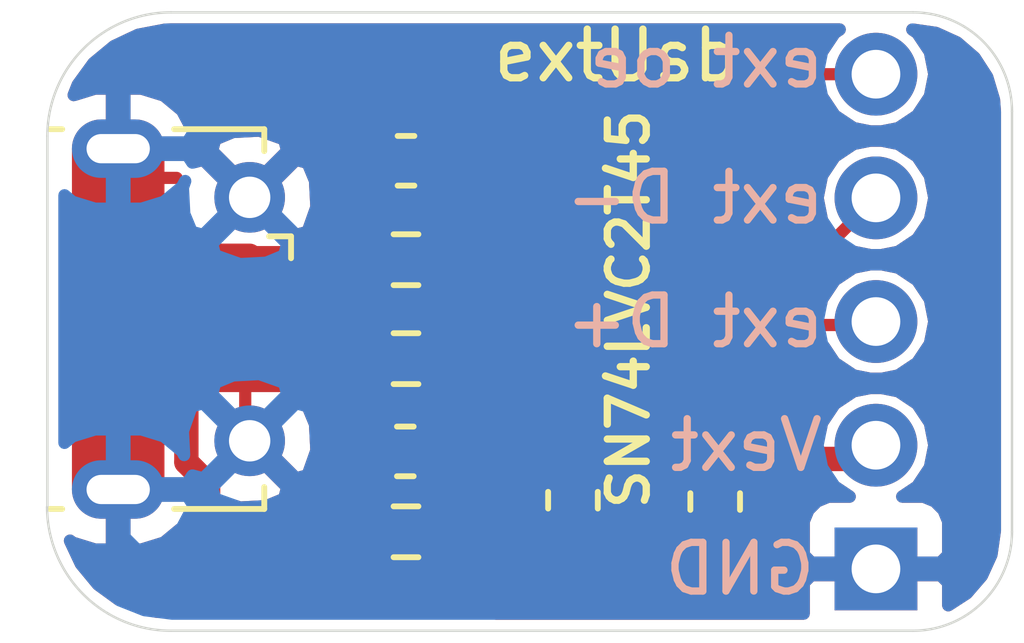
<source format=kicad_pcb>
(kicad_pcb (version 20171130) (host pcbnew 5.0.2+dfsg1-1~bpo9+1)

  (general
    (thickness 1.6)
    (drawings 14)
    (tracks 78)
    (zones 0)
    (modules 10)
    (nets 12)
  )

  (page A4)
  (layers
    (0 F.Cu signal)
    (31 B.Cu signal hide)
    (32 B.Adhes user hide)
    (33 F.Adhes user hide)
    (34 B.Paste user hide)
    (35 F.Paste user hide)
    (36 B.SilkS user hide)
    (37 F.SilkS user)
    (38 B.Mask user hide)
    (39 F.Mask user hide)
    (40 Dwgs.User user hide)
    (41 Cmts.User user hide)
    (42 Eco1.User user hide)
    (43 Eco2.User user hide)
    (44 Edge.Cuts user)
    (45 Margin user hide)
    (46 B.CrtYd user hide)
    (47 F.CrtYd user hide)
    (48 B.Fab user hide)
    (49 F.Fab user hide)
  )

  (setup
    (last_trace_width 0.25)
    (user_trace_width 0.5)
    (trace_clearance 0.2)
    (zone_clearance 0.2)
    (zone_45_only yes)
    (trace_min 0.2)
    (segment_width 0.2)
    (edge_width 0.05)
    (via_size 0.8)
    (via_drill 0.4)
    (via_min_size 0.4)
    (via_min_drill 0.3)
    (uvia_size 0.3)
    (uvia_drill 0.1)
    (uvias_allowed no)
    (uvia_min_size 0.2)
    (uvia_min_drill 0.1)
    (pcb_text_width 0.3)
    (pcb_text_size 1.5 1.5)
    (mod_edge_width 0.12)
    (mod_text_size 1 1)
    (mod_text_width 0.15)
    (pad_size 1.524 1.524)
    (pad_drill 0.762)
    (pad_to_mask_clearance 0)
    (solder_mask_min_width 0.25)
    (aux_axis_origin 0 0)
    (visible_elements FFFFFF7F)
    (pcbplotparams
      (layerselection 0x010fc_ffffffff)
      (usegerberextensions true)
      (usegerberattributes true)
      (usegerberadvancedattributes true)
      (creategerberjobfile true)
      (excludeedgelayer true)
      (linewidth 0.100000)
      (plotframeref false)
      (viasonmask false)
      (mode 1)
      (useauxorigin false)
      (hpglpennumber 1)
      (hpglpenspeed 20)
      (hpglpendiameter 15.000000)
      (psnegative false)
      (psa4output false)
      (plotreference true)
      (plotvalue true)
      (plotinvisibletext false)
      (padsonsilk false)
      (subtractmaskfromsilk false)
      (outputformat 1)
      (mirror false)
      (drillshape 0)
      (scaleselection 1)
      (outputdirectory "gbr"))
  )

  (net 0 "")
  (net 1 GND)
  (net 2 "Net-(J1-Pad4)")
  (net 3 "Net-(R2-Pad1)")
  (net 4 "Net-(R3-Pad1)")
  (net 5 Vext)
  (net 6 pin_usb_oe)
  (net 7 pin_usb_n)
  (net 8 pin_usb_p)
  (net 9 usb_p)
  (net 10 Vusb)
  (net 11 usb_n)

  (net_class Default "This is the default net class."
    (clearance 0.2)
    (trace_width 0.25)
    (via_dia 0.8)
    (via_drill 0.4)
    (uvia_dia 0.3)
    (uvia_drill 0.1)
    (add_net GND)
    (add_net "Net-(J1-Pad4)")
    (add_net "Net-(R2-Pad1)")
    (add_net "Net-(R3-Pad1)")
    (add_net Vext)
    (add_net Vusb)
    (add_net pin_usb_n)
    (add_net pin_usb_oe)
    (add_net pin_usb_p)
    (add_net usb_n)
    (add_net usb_p)
  )

  (module Connector_USB:USB_Micro-B_Molex-105017-0001 (layer F.Cu) (tedit 5A1DC0BE) (tstamp 5F999758)
    (at 177.6984 39.3192 270)
    (descr http://www.molex.com/pdm_docs/sd/1050170001_sd.pdf)
    (tags "Micro-USB SMD Typ-B")
    (path /5F998976)
    (attr smd)
    (fp_text reference J1 (at 0 -3.1125 90) (layer F.SilkS) hide
      (effects (font (size 1 1) (thickness 0.15)))
    )
    (fp_text value USB_B_Micro (at 0.3 4.3375 90) (layer F.Fab)
      (effects (font (size 1 1) (thickness 0.15)))
    )
    (fp_text user %R (at 0 0.8875 90) (layer F.Fab)
      (effects (font (size 1 1) (thickness 0.15)))
    )
    (fp_text user "PCB Edge" (at 0 2.6875 90) (layer Dwgs.User)
      (effects (font (size 0.5 0.5) (thickness 0.08)))
    )
    (fp_line (start -4.4 3.64) (end 4.4 3.64) (layer F.CrtYd) (width 0.05))
    (fp_line (start 4.4 -2.46) (end 4.4 3.64) (layer F.CrtYd) (width 0.05))
    (fp_line (start -4.4 -2.46) (end 4.4 -2.46) (layer F.CrtYd) (width 0.05))
    (fp_line (start -4.4 3.64) (end -4.4 -2.46) (layer F.CrtYd) (width 0.05))
    (fp_line (start -3.9 -1.7625) (end -3.45 -1.7625) (layer F.SilkS) (width 0.12))
    (fp_line (start -3.9 0.0875) (end -3.9 -1.7625) (layer F.SilkS) (width 0.12))
    (fp_line (start 3.9 2.6375) (end 3.9 2.3875) (layer F.SilkS) (width 0.12))
    (fp_line (start 3.75 3.3875) (end 3.75 -1.6125) (layer F.Fab) (width 0.1))
    (fp_line (start -3 2.689204) (end 3 2.689204) (layer F.Fab) (width 0.1))
    (fp_line (start -3.75 3.389204) (end 3.75 3.389204) (layer F.Fab) (width 0.1))
    (fp_line (start -3.75 -1.6125) (end 3.75 -1.6125) (layer F.Fab) (width 0.1))
    (fp_line (start -3.75 3.3875) (end -3.75 -1.6125) (layer F.Fab) (width 0.1))
    (fp_line (start -3.9 2.6375) (end -3.9 2.3875) (layer F.SilkS) (width 0.12))
    (fp_line (start 3.9 0.0875) (end 3.9 -1.7625) (layer F.SilkS) (width 0.12))
    (fp_line (start 3.9 -1.7625) (end 3.45 -1.7625) (layer F.SilkS) (width 0.12))
    (fp_line (start -1.7 -2.3125) (end -1.25 -2.3125) (layer F.SilkS) (width 0.12))
    (fp_line (start -1.7 -2.3125) (end -1.7 -1.8625) (layer F.SilkS) (width 0.12))
    (fp_line (start -1.3 -1.7125) (end -1.5 -1.9125) (layer F.Fab) (width 0.1))
    (fp_line (start -1.1 -1.9125) (end -1.3 -1.7125) (layer F.Fab) (width 0.1))
    (fp_line (start -1.5 -2.1225) (end -1.1 -2.1225) (layer F.Fab) (width 0.1))
    (fp_line (start -1.5 -2.1225) (end -1.5 -1.9125) (layer F.Fab) (width 0.1))
    (fp_line (start -1.1 -2.1225) (end -1.1 -1.9125) (layer F.Fab) (width 0.1))
    (pad 6 smd rect (at -2.9 1.2375 270) (size 1.2 1.9) (layers F.Cu F.Mask)
      (net 1 GND))
    (pad 6 smd rect (at 2.9 1.2375 270) (size 1.2 1.9) (layers F.Cu F.Mask)
      (net 1 GND))
    (pad 6 thru_hole oval (at 3.5 1.2375 270) (size 1.2 1.9) (drill oval 0.6 1.3) (layers *.Cu *.Mask)
      (net 1 GND))
    (pad 6 thru_hole oval (at -3.5 1.2375 90) (size 1.2 1.9) (drill oval 0.6 1.3) (layers *.Cu *.Mask)
      (net 1 GND))
    (pad 6 smd rect (at -1 1.2375 270) (size 1.5 1.9) (layers F.Cu F.Paste F.Mask)
      (net 1 GND))
    (pad 6 thru_hole circle (at 2.5 -1.4625 270) (size 1.45 1.45) (drill 0.85) (layers *.Cu *.Mask)
      (net 1 GND))
    (pad 3 smd rect (at 0 -1.4625 270) (size 0.4 1.35) (layers F.Cu F.Paste F.Mask)
      (net 9 usb_p))
    (pad 4 smd rect (at 0.65 -1.4625 270) (size 0.4 1.35) (layers F.Cu F.Paste F.Mask)
      (net 2 "Net-(J1-Pad4)"))
    (pad 5 smd rect (at 1.3 -1.4625 270) (size 0.4 1.35) (layers F.Cu F.Paste F.Mask)
      (net 1 GND))
    (pad 1 smd rect (at -1.3 -1.4625 270) (size 0.4 1.35) (layers F.Cu F.Paste F.Mask)
      (net 10 Vusb))
    (pad 2 smd rect (at -0.65 -1.4625 270) (size 0.4 1.35) (layers F.Cu F.Paste F.Mask)
      (net 11 usb_n))
    (pad 6 thru_hole circle (at -2.5 -1.4625 270) (size 1.45 1.45) (drill 0.85) (layers *.Cu *.Mask)
      (net 1 GND))
    (pad 6 smd rect (at 1 1.2375 270) (size 1.5 1.9) (layers F.Cu F.Paste F.Mask)
      (net 1 GND))
    (model ${KISYS3DMOD}/Connector_USB.3dshapes/USB_Micro-B_Molex-105017-0001.wrl
      (at (xyz 0 0 0))
      (scale (xyz 1 1 1))
      (rotate (xyz 0 0 0))
    )
  )

  (module Connector_PinHeader_2.54mm:PinHeader_1x05_P2.54mm_Horizontal (layer B.Cu) (tedit 5F99B122) (tstamp 5F9AF00A)
    (at 192.024 44.45)
    (descr "Through hole angled pin header, 1x05, 2.54mm pitch, 6mm pin length, single row")
    (tags "Through hole angled pin header THT 1x05 2.54mm single row")
    (path /5F9A8B50)
    (fp_text reference J2 (at 4.385 2.27) (layer B.SilkS) hide
      (effects (font (size 1 1) (thickness 0.15)) (justify mirror))
    )
    (fp_text value Conn_01x05 (at 4.385 -12.43) (layer B.Fab)
      (effects (font (size 1 1) (thickness 0.15)) (justify mirror))
    )
    (fp_line (start 10.55 1.8) (end -1.8 1.8) (layer B.CrtYd) (width 0.05))
    (fp_line (start 10.55 -11.95) (end 10.55 1.8) (layer B.CrtYd) (width 0.05))
    (fp_line (start -1.8 -11.95) (end 10.55 -11.95) (layer B.CrtYd) (width 0.05))
    (fp_line (start -1.8 1.8) (end -1.8 -11.95) (layer B.CrtYd) (width 0.05))
    (fp_line (start 4.04 -10.48) (end 10.04 -10.48) (layer B.Fab) (width 0.1))
    (fp_line (start 10.04 -9.84) (end 10.04 -10.48) (layer B.Fab) (width 0.1))
    (fp_line (start 4.04 -9.84) (end 10.04 -9.84) (layer B.Fab) (width 0.1))
    (fp_line (start -0.32 -10.48) (end 1.5 -10.48) (layer B.Fab) (width 0.1))
    (fp_line (start -0.32 -9.84) (end -0.32 -10.48) (layer B.Fab) (width 0.1))
    (fp_line (start -0.32 -9.84) (end 1.5 -9.84) (layer B.Fab) (width 0.1))
    (fp_line (start 4.04 -7.94) (end 10.04 -7.94) (layer B.Fab) (width 0.1))
    (fp_line (start 10.04 -7.3) (end 10.04 -7.94) (layer B.Fab) (width 0.1))
    (fp_line (start 4.04 -7.3) (end 10.04 -7.3) (layer B.Fab) (width 0.1))
    (fp_line (start -0.32 -7.94) (end 1.5 -7.94) (layer B.Fab) (width 0.1))
    (fp_line (start -0.32 -7.3) (end -0.32 -7.94) (layer B.Fab) (width 0.1))
    (fp_line (start -0.32 -7.3) (end 1.5 -7.3) (layer B.Fab) (width 0.1))
    (fp_line (start 4.04 -5.4) (end 10.04 -5.4) (layer B.Fab) (width 0.1))
    (fp_line (start 10.04 -4.76) (end 10.04 -5.4) (layer B.Fab) (width 0.1))
    (fp_line (start 4.04 -4.76) (end 10.04 -4.76) (layer B.Fab) (width 0.1))
    (fp_line (start -0.32 -5.4) (end 1.5 -5.4) (layer B.Fab) (width 0.1))
    (fp_line (start -0.32 -4.76) (end -0.32 -5.4) (layer B.Fab) (width 0.1))
    (fp_line (start -0.32 -4.76) (end 1.5 -4.76) (layer B.Fab) (width 0.1))
    (fp_line (start 4.04 -2.86) (end 10.04 -2.86) (layer B.Fab) (width 0.1))
    (fp_line (start 10.04 -2.22) (end 10.04 -2.86) (layer B.Fab) (width 0.1))
    (fp_line (start 4.04 -2.22) (end 10.04 -2.22) (layer B.Fab) (width 0.1))
    (fp_line (start -0.32 -2.86) (end 1.5 -2.86) (layer B.Fab) (width 0.1))
    (fp_line (start -0.32 -2.22) (end -0.32 -2.86) (layer B.Fab) (width 0.1))
    (fp_line (start -0.32 -2.22) (end 1.5 -2.22) (layer B.Fab) (width 0.1))
    (fp_line (start 4.04 -0.32) (end 10.04 -0.32) (layer B.Fab) (width 0.1))
    (fp_line (start 10.04 0.32) (end 10.04 -0.32) (layer B.Fab) (width 0.1))
    (fp_line (start 4.04 0.32) (end 10.04 0.32) (layer B.Fab) (width 0.1))
    (fp_line (start -0.32 -0.32) (end 1.5 -0.32) (layer B.Fab) (width 0.1))
    (fp_line (start -0.32 0.32) (end -0.32 -0.32) (layer B.Fab) (width 0.1))
    (fp_line (start -0.32 0.32) (end 1.5 0.32) (layer B.Fab) (width 0.1))
    (fp_line (start 1.5 0.635) (end 2.135 1.27) (layer B.Fab) (width 0.1))
    (fp_line (start 1.5 -11.43) (end 1.5 0.635) (layer B.Fab) (width 0.1))
    (fp_line (start 4.04 -11.43) (end 1.5 -11.43) (layer B.Fab) (width 0.1))
    (fp_line (start 4.04 1.27) (end 4.04 -11.43) (layer B.Fab) (width 0.1))
    (fp_line (start 2.135 1.27) (end 4.04 1.27) (layer B.Fab) (width 0.1))
    (fp_text user %R (at 2.77 -5.08 -90) (layer B.Fab)
      (effects (font (size 1 1) (thickness 0.15)) (justify mirror))
    )
    (pad 1 thru_hole rect (at 0 0) (size 1.7 1.7) (drill 1) (layers *.Cu *.Mask)
      (net 1 GND))
    (pad 2 thru_hole oval (at 0 -2.54) (size 1.7 1.7) (drill 1) (layers *.Cu *.Mask)
      (net 5 Vext))
    (pad 3 thru_hole oval (at 0 -5.08) (size 1.7 1.7) (drill 1) (layers *.Cu *.Mask)
      (net 8 pin_usb_p))
    (pad 4 thru_hole oval (at 0 -7.62) (size 1.7 1.7) (drill 1) (layers *.Cu *.Mask)
      (net 7 pin_usb_n))
    (pad 5 thru_hole oval (at 0 -10.16) (size 1.7 1.7) (drill 1) (layers *.Cu *.Mask)
      (net 6 pin_usb_oe))
    (model ${KISYS3DMOD}/Connector_PinHeader_2.54mm.3dshapes/PinHeader_1x05_P2.54mm_Horizontal.wrl
      (at (xyz 0 0 0))
      (scale (xyz 1 1 1))
      (rotate (xyz 0 0 0))
    )
  )

  (module Package_SO:SSOP-8_2.95x2.8mm_P0.65mm (layer F.Cu) (tedit 5F9AE48D) (tstamp 5F9994AE)
    (at 186.944 39.116 180)
    (descr "SSOP-8 2.9 x2.8mm Pitch 0.65mm")
    (tags "SSOP-8 2.95x2.8mm Pitch 0.65mm")
    (path /5F998087)
    (attr smd)
    (fp_text reference U1 (at 0 -2.4 180) (layer F.SilkS) hide
      (effects (font (size 1 1) (thickness 0.15)))
    )
    (fp_text value SN74LVC2T45 (at 0 2.6 180) (layer F.Fab)
      (effects (font (size 1 1) (thickness 0.15)))
    )
    (fp_line (start 1.475 -1.4) (end 1.475 1.4) (layer F.Fab) (width 0.1))
    (fp_line (start 1.475 1.4) (end -1.475 1.4) (layer F.Fab) (width 0.1))
    (fp_line (start -1.475 1.4) (end -1.475 -0.7) (layer F.Fab) (width 0.1))
    (fp_line (start -0.475 -1.4) (end 1.475 -1.4) (layer F.Fab) (width 0.1))
    (fp_line (start -0.475 -1.4) (end -1.475 -0.7) (layer F.Fab) (width 0.1))
    (fp_line (start 2.75 -1.65) (end 2.75 1.65) (layer F.CrtYd) (width 0.05))
    (fp_line (start 2.75 1.65) (end -2.75 1.65) (layer F.CrtYd) (width 0.05))
    (fp_line (start -2.75 1.65) (end -2.75 -1.65) (layer F.CrtYd) (width 0.05))
    (fp_line (start -2.75 -1.65) (end 2.75 -1.65) (layer F.CrtYd) (width 0.05))
    (fp_text user %R (at 0 0 180) (layer F.Fab)
      (effects (font (size 0.6 0.6) (thickness 0.15)))
    )
    (fp_text user SN74LVC2T45 (at 0 0 90) (layer F.SilkS)
      (effects (font (size 0.8 0.8) (thickness 0.15)))
    )
    (pad 1 smd rect (at -1.7 -0.975 90) (size 0.3 1.6) (layers F.Cu F.Paste F.Mask)
      (net 5 Vext))
    (pad 2 smd rect (at -1.7 -0.325 90) (size 0.3 1.6) (layers F.Cu F.Paste F.Mask)
      (net 8 pin_usb_p))
    (pad 3 smd rect (at -1.7 0.325 90) (size 0.3 1.6) (layers F.Cu F.Paste F.Mask)
      (net 7 pin_usb_n))
    (pad 4 smd rect (at -1.7 0.975 90) (size 0.3 1.6) (layers F.Cu F.Paste F.Mask)
      (net 1 GND))
    (pad 5 smd rect (at 1.7 0.975 90) (size 0.3 1.6) (layers F.Cu F.Paste F.Mask)
      (net 6 pin_usb_oe))
    (pad 6 smd rect (at 1.7 0.325 90) (size 0.3 1.6) (layers F.Cu F.Paste F.Mask)
      (net 4 "Net-(R3-Pad1)"))
    (pad 7 smd rect (at 1.7 -0.325 90) (size 0.3 1.6) (layers F.Cu F.Paste F.Mask)
      (net 3 "Net-(R2-Pad1)"))
    (pad 8 smd rect (at 1.7 -0.975 90) (size 0.3 1.6) (layers F.Cu F.Paste F.Mask)
      (net 10 Vusb))
    (model ${KISYS3DMOD}/Package_SO.3dshapes/SSOP-8_2.95x2.8mm_P0.65mm.wrl
      (at (xyz 0 0 0))
      (scale (xyz 1 1 1))
      (rotate (xyz 0 0 0))
    )
  )

  (module Resistor_SMD:R_0603_1608Metric_Pad0.98x0.95mm_HandSolder (layer F.Cu) (tedit 5F9AE73E) (tstamp 5F9A30D3)
    (at 182.372 43.688 180)
    (descr "Resistor SMD 0603 (1608 Metric), square (rectangular) end terminal, IPC_7351 nominal with elongated pad for handsoldering. (Body size source: IPC-SM-782 page 72, https://www.pcb-3d.com/wordpress/wp-content/uploads/ipc-sm-782a_amendment_1_and_2.pdf), generated with kicad-footprint-generator")
    (tags "resistor handsolder")
    (path /5F99B487)
    (attr smd)
    (fp_text reference R1 (at 0 -1.43) (layer F.SilkS) hide
      (effects (font (size 1 1) (thickness 0.15)))
    )
    (fp_text value 1k5 (at 1 1.1) (layer F.SilkS) hide
      (effects (font (size 0.8 0.8) (thickness 0.125)))
    )
    (fp_line (start 1.65 0.73) (end -1.65 0.73) (layer F.CrtYd) (width 0.05))
    (fp_line (start 1.65 -0.73) (end 1.65 0.73) (layer F.CrtYd) (width 0.05))
    (fp_line (start -1.65 -0.73) (end 1.65 -0.73) (layer F.CrtYd) (width 0.05))
    (fp_line (start -1.65 0.73) (end -1.65 -0.73) (layer F.CrtYd) (width 0.05))
    (fp_line (start -0.254724 0.5225) (end 0.254724 0.5225) (layer F.SilkS) (width 0.12))
    (fp_line (start -0.254724 -0.5225) (end 0.254724 -0.5225) (layer F.SilkS) (width 0.12))
    (fp_line (start 0.8 0.4125) (end -0.8 0.4125) (layer F.Fab) (width 0.1))
    (fp_line (start 0.8 -0.4125) (end 0.8 0.4125) (layer F.Fab) (width 0.1))
    (fp_line (start -0.8 -0.4125) (end 0.8 -0.4125) (layer F.Fab) (width 0.1))
    (fp_line (start -0.8 0.4125) (end -0.8 -0.4125) (layer F.Fab) (width 0.1))
    (fp_text user %R (at 0 0) (layer F.Fab)
      (effects (font (size 0.4 0.4) (thickness 0.06)))
    )
    (pad 1 smd roundrect (at -0.9125 0 180) (size 0.975 0.95) (layers F.Cu F.Paste F.Mask) (roundrect_rratio 0.25)
      (net 10 Vusb))
    (pad 2 smd roundrect (at 0.9125 0 180) (size 0.975 0.95) (layers F.Cu F.Paste F.Mask) (roundrect_rratio 0.25)
      (net 9 usb_p))
    (model ${KISYS3DMOD}/Resistor_SMD.3dshapes/R_0603_1608Metric.wrl
      (at (xyz 0 0 0))
      (scale (xyz 1 1 1))
      (rotate (xyz 0 0 0))
    )
  )

  (module Resistor_SMD:R_0603_1608Metric_Pad0.98x0.95mm_HandSolder (layer F.Cu) (tedit 5F9AE738) (tstamp 5F999485)
    (at 182.372 40.132 180)
    (descr "Resistor SMD 0603 (1608 Metric), square (rectangular) end terminal, IPC_7351 nominal with elongated pad for handsoldering. (Body size source: IPC-SM-782 page 72, https://www.pcb-3d.com/wordpress/wp-content/uploads/ipc-sm-782a_amendment_1_and_2.pdf), generated with kicad-footprint-generator")
    (tags "resistor handsolder")
    (path /5F99AD9D)
    (attr smd)
    (fp_text reference R2 (at 0 -1.43) (layer F.SilkS) hide
      (effects (font (size 1 1) (thickness 0.15)))
    )
    (fp_text value 33 (at 1 1.1) (layer F.SilkS) hide
      (effects (font (size 0.8 0.8) (thickness 0.15)))
    )
    (fp_text user %R (at 0 0) (layer F.Fab)
      (effects (font (size 0.4 0.4) (thickness 0.06)))
    )
    (fp_line (start -0.8 0.4125) (end -0.8 -0.4125) (layer F.Fab) (width 0.1))
    (fp_line (start -0.8 -0.4125) (end 0.8 -0.4125) (layer F.Fab) (width 0.1))
    (fp_line (start 0.8 -0.4125) (end 0.8 0.4125) (layer F.Fab) (width 0.1))
    (fp_line (start 0.8 0.4125) (end -0.8 0.4125) (layer F.Fab) (width 0.1))
    (fp_line (start -0.254724 -0.5225) (end 0.254724 -0.5225) (layer F.SilkS) (width 0.12))
    (fp_line (start -0.254724 0.5225) (end 0.254724 0.5225) (layer F.SilkS) (width 0.12))
    (fp_line (start -1.65 0.73) (end -1.65 -0.73) (layer F.CrtYd) (width 0.05))
    (fp_line (start -1.65 -0.73) (end 1.65 -0.73) (layer F.CrtYd) (width 0.05))
    (fp_line (start 1.65 -0.73) (end 1.65 0.73) (layer F.CrtYd) (width 0.05))
    (fp_line (start 1.65 0.73) (end -1.65 0.73) (layer F.CrtYd) (width 0.05))
    (pad 2 smd roundrect (at 0.9125 0 180) (size 0.975 0.95) (layers F.Cu F.Paste F.Mask) (roundrect_rratio 0.25)
      (net 9 usb_p))
    (pad 1 smd roundrect (at -0.9125 0 180) (size 0.975 0.95) (layers F.Cu F.Paste F.Mask) (roundrect_rratio 0.25)
      (net 3 "Net-(R2-Pad1)"))
    (model ${KISYS3DMOD}/Resistor_SMD.3dshapes/R_0603_1608Metric.wrl
      (at (xyz 0 0 0))
      (scale (xyz 1 1 1))
      (rotate (xyz 0 0 0))
    )
  )

  (module Resistor_SMD:R_0603_1608Metric_Pad0.98x0.95mm_HandSolder (layer F.Cu) (tedit 5F9AE732) (tstamp 5F999F69)
    (at 182.372 38.1 180)
    (descr "Resistor SMD 0603 (1608 Metric), square (rectangular) end terminal, IPC_7351 nominal with elongated pad for handsoldering. (Body size source: IPC-SM-782 page 72, https://www.pcb-3d.com/wordpress/wp-content/uploads/ipc-sm-782a_amendment_1_and_2.pdf), generated with kicad-footprint-generator")
    (tags "resistor handsolder")
    (path /5F99B134)
    (attr smd)
    (fp_text reference R3 (at 0 -1.43) (layer F.SilkS) hide
      (effects (font (size 1 1) (thickness 0.15)))
    )
    (fp_text value 33 (at 1 1.1) (layer F.SilkS) hide
      (effects (font (size 0.8 0.8) (thickness 0.15)))
    )
    (fp_line (start 1.65 0.73) (end -1.65 0.73) (layer F.CrtYd) (width 0.05))
    (fp_line (start 1.65 -0.73) (end 1.65 0.73) (layer F.CrtYd) (width 0.05))
    (fp_line (start -1.65 -0.73) (end 1.65 -0.73) (layer F.CrtYd) (width 0.05))
    (fp_line (start -1.65 0.73) (end -1.65 -0.73) (layer F.CrtYd) (width 0.05))
    (fp_line (start -0.254724 0.5225) (end 0.254724 0.5225) (layer F.SilkS) (width 0.12))
    (fp_line (start -0.254724 -0.5225) (end 0.254724 -0.5225) (layer F.SilkS) (width 0.12))
    (fp_line (start 0.8 0.4125) (end -0.8 0.4125) (layer F.Fab) (width 0.1))
    (fp_line (start 0.8 -0.4125) (end 0.8 0.4125) (layer F.Fab) (width 0.1))
    (fp_line (start -0.8 -0.4125) (end 0.8 -0.4125) (layer F.Fab) (width 0.1))
    (fp_line (start -0.8 0.4125) (end -0.8 -0.4125) (layer F.Fab) (width 0.1))
    (fp_text user %R (at 0 0) (layer F.Fab)
      (effects (font (size 0.4 0.4) (thickness 0.06)))
    )
    (pad 1 smd roundrect (at -0.9125 0 180) (size 0.975 0.95) (layers F.Cu F.Paste F.Mask) (roundrect_rratio 0.25)
      (net 4 "Net-(R3-Pad1)"))
    (pad 2 smd roundrect (at 0.9125 0 180) (size 0.975 0.95) (layers F.Cu F.Paste F.Mask) (roundrect_rratio 0.25)
      (net 11 usb_n))
    (model ${KISYS3DMOD}/Resistor_SMD.3dshapes/R_0603_1608Metric.wrl
      (at (xyz 0 0 0))
      (scale (xyz 1 1 1))
      (rotate (xyz 0 0 0))
    )
  )

  (module Capacitor_SMD:C_0603_1608Metric_Pad1.05x0.95mm_HandSolder (layer F.Cu) (tedit 5F9AE460) (tstamp 5F9AE26D)
    (at 182.358 42.037)
    (descr "Capacitor SMD 0603 (1608 Metric), square (rectangular) end terminal, IPC_7351 nominal with elongated pad for handsoldering. (Body size source: http://www.tortai-tech.com/upload/download/2011102023233369053.pdf), generated with kicad-footprint-generator")
    (tags "capacitor handsolder")
    (path /5F9AE0C5)
    (attr smd)
    (fp_text reference C1 (at 0 -1.43) (layer F.SilkS) hide
      (effects (font (size 1 1) (thickness 0.15)))
    )
    (fp_text value 18pF (at 0 1.43) (layer F.Fab)
      (effects (font (size 1 1) (thickness 0.15)))
    )
    (fp_text user %R (at 0 0) (layer F.Fab)
      (effects (font (size 0.4 0.4) (thickness 0.06)))
    )
    (fp_line (start 1.65 0.73) (end -1.65 0.73) (layer F.CrtYd) (width 0.05))
    (fp_line (start 1.65 -0.73) (end 1.65 0.73) (layer F.CrtYd) (width 0.05))
    (fp_line (start -1.65 -0.73) (end 1.65 -0.73) (layer F.CrtYd) (width 0.05))
    (fp_line (start -1.65 0.73) (end -1.65 -0.73) (layer F.CrtYd) (width 0.05))
    (fp_line (start -0.171267 0.51) (end 0.171267 0.51) (layer F.SilkS) (width 0.12))
    (fp_line (start -0.171267 -0.51) (end 0.171267 -0.51) (layer F.SilkS) (width 0.12))
    (fp_line (start 0.8 0.4) (end -0.8 0.4) (layer F.Fab) (width 0.1))
    (fp_line (start 0.8 -0.4) (end 0.8 0.4) (layer F.Fab) (width 0.1))
    (fp_line (start -0.8 -0.4) (end 0.8 -0.4) (layer F.Fab) (width 0.1))
    (fp_line (start -0.8 0.4) (end -0.8 -0.4) (layer F.Fab) (width 0.1))
    (pad 2 smd roundrect (at 0.875 0) (size 1.05 0.95) (layers F.Cu F.Paste F.Mask) (roundrect_rratio 0.25)
      (net 1 GND))
    (pad 1 smd roundrect (at -0.875 0) (size 1.05 0.95) (layers F.Cu F.Paste F.Mask) (roundrect_rratio 0.25)
      (net 9 usb_p))
    (model ${KISYS3DMOD}/Capacitor_SMD.3dshapes/C_0603_1608Metric.wrl
      (at (xyz 0 0 0))
      (scale (xyz 1 1 1))
      (rotate (xyz 0 0 0))
    )
  )

  (module Capacitor_SMD:C_0603_1608Metric_Pad1.05x0.95mm_HandSolder (layer F.Cu) (tedit 5F9AE464) (tstamp 5F9AE084)
    (at 182.372 36.068)
    (descr "Capacitor SMD 0603 (1608 Metric), square (rectangular) end terminal, IPC_7351 nominal with elongated pad for handsoldering. (Body size source: http://www.tortai-tech.com/upload/download/2011102023233369053.pdf), generated with kicad-footprint-generator")
    (tags "capacitor handsolder")
    (path /5F9AE03E)
    (attr smd)
    (fp_text reference C2 (at 0 -1.43) (layer F.SilkS) hide
      (effects (font (size 1 1) (thickness 0.15)))
    )
    (fp_text value 18pF (at 0 1.43) (layer F.Fab)
      (effects (font (size 1 1) (thickness 0.15)))
    )
    (fp_line (start -0.8 0.4) (end -0.8 -0.4) (layer F.Fab) (width 0.1))
    (fp_line (start -0.8 -0.4) (end 0.8 -0.4) (layer F.Fab) (width 0.1))
    (fp_line (start 0.8 -0.4) (end 0.8 0.4) (layer F.Fab) (width 0.1))
    (fp_line (start 0.8 0.4) (end -0.8 0.4) (layer F.Fab) (width 0.1))
    (fp_line (start -0.171267 -0.51) (end 0.171267 -0.51) (layer F.SilkS) (width 0.12))
    (fp_line (start -0.171267 0.51) (end 0.171267 0.51) (layer F.SilkS) (width 0.12))
    (fp_line (start -1.65 0.73) (end -1.65 -0.73) (layer F.CrtYd) (width 0.05))
    (fp_line (start -1.65 -0.73) (end 1.65 -0.73) (layer F.CrtYd) (width 0.05))
    (fp_line (start 1.65 -0.73) (end 1.65 0.73) (layer F.CrtYd) (width 0.05))
    (fp_line (start 1.65 0.73) (end -1.65 0.73) (layer F.CrtYd) (width 0.05))
    (fp_text user %R (at 0 0) (layer F.Fab)
      (effects (font (size 0.4 0.4) (thickness 0.06)))
    )
    (pad 1 smd roundrect (at -0.875 0) (size 1.05 0.95) (layers F.Cu F.Paste F.Mask) (roundrect_rratio 0.25)
      (net 11 usb_n))
    (pad 2 smd roundrect (at 0.875 0) (size 1.05 0.95) (layers F.Cu F.Paste F.Mask) (roundrect_rratio 0.25)
      (net 1 GND))
    (model ${KISYS3DMOD}/Capacitor_SMD.3dshapes/C_0603_1608Metric.wrl
      (at (xyz 0 0 0))
      (scale (xyz 1 1 1))
      (rotate (xyz 0 0 0))
    )
  )

  (module Capacitor_SMD:C_0603_1608Metric_Pad1.05x0.95mm_HandSolder (layer F.Cu) (tedit 5F9AE459) (tstamp 5F9AE19A)
    (at 185.801 43.039 90)
    (descr "Capacitor SMD 0603 (1608 Metric), square (rectangular) end terminal, IPC_7351 nominal with elongated pad for handsoldering. (Body size source: http://www.tortai-tech.com/upload/download/2011102023233369053.pdf), generated with kicad-footprint-generator")
    (tags "capacitor handsolder")
    (path /5F9AEC65)
    (attr smd)
    (fp_text reference C3 (at 0 -1.43 90) (layer F.SilkS) hide
      (effects (font (size 1 1) (thickness 0.15)))
    )
    (fp_text value 100nF (at 0 1.43 90) (layer F.Fab)
      (effects (font (size 1 1) (thickness 0.15)))
    )
    (fp_line (start -0.8 0.4) (end -0.8 -0.4) (layer F.Fab) (width 0.1))
    (fp_line (start -0.8 -0.4) (end 0.8 -0.4) (layer F.Fab) (width 0.1))
    (fp_line (start 0.8 -0.4) (end 0.8 0.4) (layer F.Fab) (width 0.1))
    (fp_line (start 0.8 0.4) (end -0.8 0.4) (layer F.Fab) (width 0.1))
    (fp_line (start -0.171267 -0.51) (end 0.171267 -0.51) (layer F.SilkS) (width 0.12))
    (fp_line (start -0.171267 0.51) (end 0.171267 0.51) (layer F.SilkS) (width 0.12))
    (fp_line (start -1.65 0.73) (end -1.65 -0.73) (layer F.CrtYd) (width 0.05))
    (fp_line (start -1.65 -0.73) (end 1.65 -0.73) (layer F.CrtYd) (width 0.05))
    (fp_line (start 1.65 -0.73) (end 1.65 0.73) (layer F.CrtYd) (width 0.05))
    (fp_line (start 1.65 0.73) (end -1.65 0.73) (layer F.CrtYd) (width 0.05))
    (fp_text user %R (at 0 0 90) (layer F.Fab)
      (effects (font (size 0.4 0.4) (thickness 0.06)))
    )
    (pad 1 smd roundrect (at -0.875 0 90) (size 1.05 0.95) (layers F.Cu F.Paste F.Mask) (roundrect_rratio 0.25)
      (net 1 GND))
    (pad 2 smd roundrect (at 0.875 0 90) (size 1.05 0.95) (layers F.Cu F.Paste F.Mask) (roundrect_rratio 0.25)
      (net 10 Vusb))
    (model ${KISYS3DMOD}/Capacitor_SMD.3dshapes/C_0603_1608Metric.wrl
      (at (xyz 0 0 0))
      (scale (xyz 1 1 1))
      (rotate (xyz 0 0 0))
    )
  )

  (module Capacitor_SMD:C_0603_1608Metric_Pad1.05x0.95mm_HandSolder (layer F.Cu) (tedit 5F9AE45C) (tstamp 5F9AE0A6)
    (at 188.722 43.067 90)
    (descr "Capacitor SMD 0603 (1608 Metric), square (rectangular) end terminal, IPC_7351 nominal with elongated pad for handsoldering. (Body size source: http://www.tortai-tech.com/upload/download/2011102023233369053.pdf), generated with kicad-footprint-generator")
    (tags "capacitor handsolder")
    (path /5F9AECDC)
    (attr smd)
    (fp_text reference C4 (at 0 -1.43 90) (layer F.SilkS) hide
      (effects (font (size 1 1) (thickness 0.15)))
    )
    (fp_text value 100nF (at 0 1.43 90) (layer F.Fab)
      (effects (font (size 1 1) (thickness 0.15)))
    )
    (fp_text user %R (at 0 0 90) (layer F.Fab)
      (effects (font (size 0.4 0.4) (thickness 0.06)))
    )
    (fp_line (start 1.65 0.73) (end -1.65 0.73) (layer F.CrtYd) (width 0.05))
    (fp_line (start 1.65 -0.73) (end 1.65 0.73) (layer F.CrtYd) (width 0.05))
    (fp_line (start -1.65 -0.73) (end 1.65 -0.73) (layer F.CrtYd) (width 0.05))
    (fp_line (start -1.65 0.73) (end -1.65 -0.73) (layer F.CrtYd) (width 0.05))
    (fp_line (start -0.171267 0.51) (end 0.171267 0.51) (layer F.SilkS) (width 0.12))
    (fp_line (start -0.171267 -0.51) (end 0.171267 -0.51) (layer F.SilkS) (width 0.12))
    (fp_line (start 0.8 0.4) (end -0.8 0.4) (layer F.Fab) (width 0.1))
    (fp_line (start 0.8 -0.4) (end 0.8 0.4) (layer F.Fab) (width 0.1))
    (fp_line (start -0.8 -0.4) (end 0.8 -0.4) (layer F.Fab) (width 0.1))
    (fp_line (start -0.8 0.4) (end -0.8 -0.4) (layer F.Fab) (width 0.1))
    (pad 2 smd roundrect (at 0.875 0 90) (size 1.05 0.95) (layers F.Cu F.Paste F.Mask) (roundrect_rratio 0.25)
      (net 5 Vext))
    (pad 1 smd roundrect (at -0.875 0 90) (size 1.05 0.95) (layers F.Cu F.Paste F.Mask) (roundrect_rratio 0.25)
      (net 1 GND))
    (model ${KISYS3DMOD}/Capacitor_SMD.3dshapes/C_0603_1608Metric.wrl
      (at (xyz 0 0 0))
      (scale (xyz 1 1 1))
      (rotate (xyz 0 0 0))
    )
  )

  (gr_text "ext D-" (at 191.008 36.83) (layer B.SilkS)
    (effects (font (size 1 1) (thickness 0.15)) (justify left mirror))
  )
  (gr_text "ext D+" (at 191.008 39.37) (layer B.SilkS) (tstamp 5F9AF526)
    (effects (font (size 1 1) (thickness 0.15)) (justify left mirror))
  )
  (gr_text Vext (at 191.008 41.91) (layer B.SilkS)
    (effects (font (size 1 1) (thickness 0.15)) (justify left mirror))
  )
  (gr_text "ext oe" (at 191.008 34.036) (layer B.SilkS)
    (effects (font (size 1 1) (thickness 0.15)) (justify left mirror))
  )
  (gr_text GND (at 189.23 44.45) (layer B.SilkS)
    (effects (font (size 1 1) (thickness 0.15)) (justify mirror))
  )
  (gr_text extUsb (at 186.69 33.909) (layer F.SilkS)
    (effects (font (size 1 1) (thickness 0.15)))
  )
  (gr_line (start 192.786 33.02) (end 177.546 33.02) (layer Edge.Cuts) (width 0.05) (tstamp 5F9A01E6))
  (gr_line (start 194.818 35.052) (end 194.818 43.688) (layer Edge.Cuts) (width 0.05) (tstamp 5F9A3355))
  (gr_arc (start 192.786 35.052) (end 194.818 35.052) (angle -90) (layer Edge.Cuts) (width 0.05))
  (gr_arc (start 177.546 35.56) (end 177.546 33.02) (angle -90) (layer Edge.Cuts) (width 0.05))
  (gr_arc (start 177.546 43.174) (end 175 43.174) (angle -90) (layer Edge.Cuts) (width 0.05))
  (gr_line (start 192.786 45.72) (end 177.546 45.72) (layer Edge.Cuts) (width 0.05))
  (gr_arc (start 192.786 43.688) (end 192.786 45.72) (angle -90) (layer Edge.Cuts) (width 0.05))
  (gr_line (start 175.006 35.56) (end 175.006 43.18) (layer Edge.Cuts) (width 0.05))

  (segment (start 179.07 41.84) (end 179.07 40.64) (width 0.25) (layer F.Cu) (net 1))
  (segment (start 176.4609 38.3192) (end 176.4609 36.4192) (width 0.25) (layer F.Cu) (net 1))
  (segment (start 176.4609 40.3192) (end 176.4609 42.8192) (width 0.25) (layer F.Cu) (net 1))
  (segment (start 176.4609 36.4192) (end 177.6609 36.4192) (width 0.25) (layer F.Cu) (net 1))
  (segment (start 188.694 43.914) (end 188.722 43.942) (width 0.25) (layer F.Cu) (net 1))
  (segment (start 186.817 38.918) (end 186.817 43.914) (width 0.25) (layer F.Cu) (net 1))
  (segment (start 187.594 38.141) (end 186.817 38.918) (width 0.25) (layer F.Cu) (net 1))
  (segment (start 188.644 38.141) (end 187.594 38.141) (width 0.25) (layer F.Cu) (net 1))
  (segment (start 186.817 43.914) (end 188.694 43.914) (width 0.25) (layer F.Cu) (net 1))
  (segment (start 191.516 43.942) (end 192.024 44.45) (width 0.25) (layer F.Cu) (net 1))
  (segment (start 176.8109 35.8192) (end 176.4609 35.8192) (width 0.25) (layer F.Cu) (net 1))
  (segment (start 178.1609 35.8192) (end 179.1609 36.8192) (width 0.25) (layer B.Cu) (net 1))
  (segment (start 176.4609 35.8192) (end 178.1609 35.8192) (width 0.25) (layer B.Cu) (net 1))
  (segment (start 178.1609 42.8192) (end 179.1609 41.8192) (width 0.25) (layer B.Cu) (net 1))
  (segment (start 176.4609 42.8192) (end 178.1609 42.8192) (width 0.25) (layer B.Cu) (net 1))
  (segment (start 176.4609 36.6692) (end 176.4609 42.8192) (width 0.25) (layer B.Cu) (net 1))
  (segment (start 176.4609 35.8192) (end 176.4609 36.6692) (width 0.25) (layer B.Cu) (net 1))
  (segment (start 190.924 44.45) (end 192.024 44.45) (width 0.25) (layer B.Cu) (net 1))
  (segment (start 177.2417 44.45) (end 190.924 44.45) (width 0.25) (layer B.Cu) (net 1))
  (segment (start 176.4609 43.6692) (end 177.2417 44.45) (width 0.25) (layer B.Cu) (net 1))
  (segment (start 176.4609 42.8192) (end 176.4609 43.6692) (width 0.25) (layer B.Cu) (net 1))
  (segment (start 176.4609 36.4192) (end 176.4609 33.9781) (width 0.25) (layer F.Cu) (net 1))
  (segment (start 176.4609 33.9781) (end 176.657 33.782) (width 0.25) (layer F.Cu) (net 1))
  (segment (start 176.657 33.782) (end 183.007 33.782) (width 0.25) (layer F.Cu) (net 1))
  (segment (start 183.247 34.022) (end 183.247 36.068) (width 0.25) (layer F.Cu) (net 1))
  (segment (start 183.007 33.782) (end 183.247 34.022) (width 0.25) (layer F.Cu) (net 1))
  (segment (start 185.801 43.914) (end 186.817 43.914) (width 0.25) (layer F.Cu) (net 1))
  (segment (start 182.733928 41.537928) (end 183.233 42.037) (width 0.25) (layer F.Cu) (net 1))
  (segment (start 182.372 41.176) (end 182.733928 41.537928) (width 0.25) (layer F.Cu) (net 1))
  (segment (start 182.372 36.943) (end 182.372 41.176) (width 0.25) (layer F.Cu) (net 1))
  (segment (start 183.247 36.068) (end 182.372 36.943) (width 0.25) (layer F.Cu) (net 1))
  (segment (start 189.6745 43.942) (end 190.1825 44.45) (width 0.25) (layer F.Cu) (net 1))
  (segment (start 190.1825 44.45) (end 192.024 44.45) (width 0.25) (layer F.Cu) (net 1))
  (segment (start 188.722 43.942) (end 189.6745 43.942) (width 0.25) (layer F.Cu) (net 1))
  (segment (start 183.9755 39.441) (end 185.244 39.441) (width 0.25) (layer F.Cu) (net 3))
  (segment (start 183.2845 40.132) (end 183.9755 39.441) (width 0.25) (layer F.Cu) (net 3))
  (segment (start 183.9755 38.791) (end 185.244 38.791) (width 0.25) (layer F.Cu) (net 4))
  (segment (start 183.2845 38.1) (end 183.9755 38.791) (width 0.25) (layer F.Cu) (net 4))
  (segment (start 188.644 42.114) (end 188.722 42.192) (width 0.25) (layer F.Cu) (net 5))
  (segment (start 191.516 39.37) (end 192.024 39.37) (width 0.25) (layer F.Cu) (net 8))
  (segment (start 192.024 41.771) (end 192.024 41.91) (width 0.25) (layer F.Cu) (net 5))
  (segment (start 191.742 42.192) (end 192.024 41.91) (width 0.25) (layer F.Cu) (net 5))
  (segment (start 188.722 40.1955) (end 188.722 42.2185) (width 0.5) (layer F.Cu) (net 5))
  (segment (start 188.722 42.192) (end 191.742 42.192) (width 0.5) (layer F.Cu) (net 5))
  (segment (start 190.821919 34.29) (end 192.024 34.29) (width 0.25) (layer F.Cu) (net 6))
  (segment (start 186.294 38.141) (end 190.145 34.29) (width 0.25) (layer F.Cu) (net 6))
  (segment (start 190.145 34.29) (end 190.821919 34.29) (width 0.25) (layer F.Cu) (net 6))
  (segment (start 185.244 38.141) (end 186.294 38.141) (width 0.25) (layer F.Cu) (net 6))
  (segment (start 190.063 38.791) (end 192.024 36.83) (width 0.25) (layer F.Cu) (net 7))
  (segment (start 188.644 38.791) (end 190.063 38.791) (width 0.25) (layer F.Cu) (net 7))
  (segment (start 191.953 39.441) (end 192.024 39.37) (width 0.25) (layer F.Cu) (net 8))
  (segment (start 188.644 39.441) (end 191.953 39.441) (width 0.25) (layer F.Cu) (net 8))
  (segment (start 180.6467 39.3192) (end 181.4595 40.132) (width 0.25) (layer F.Cu) (net 9))
  (segment (start 179.1609 39.3192) (end 180.6467 39.3192) (width 0.25) (layer F.Cu) (net 9))
  (segment (start 181.4595 42.0135) (end 181.483 42.037) (width 0.25) (layer F.Cu) (net 9))
  (segment (start 181.4595 40.132) (end 181.4595 42.0135) (width 0.25) (layer F.Cu) (net 9))
  (segment (start 181.483 43.6645) (end 181.4595 43.688) (width 0.25) (layer F.Cu) (net 9))
  (segment (start 181.483 42.037) (end 181.483 43.6645) (width 0.25) (layer F.Cu) (net 9))
  (segment (start 179.1609 38.0192) (end 178.2618 38.0192) (width 0.5) (layer F.Cu) (net 10))
  (segment (start 178.2618 38.0192) (end 177.860901 38.420099) (width 0.5) (layer F.Cu) (net 10))
  (segment (start 177.860901 38.420099) (end 177.860901 42.258203) (width 0.5) (layer F.Cu) (net 10))
  (segment (start 177.860901 42.258203) (end 178.308 42.705302) (width 0.5) (layer F.Cu) (net 10))
  (segment (start 184.277 43.688) (end 185.801 42.164) (width 0.5) (layer F.Cu) (net 10))
  (segment (start 183.2845 43.688) (end 184.277 43.688) (width 0.5) (layer F.Cu) (net 10))
  (segment (start 185.801 42.164) (end 185.801 41.91) (width 0.25) (layer F.Cu) (net 10))
  (segment (start 185.7375 40.259) (end 185.7375 41.775) (width 0.5) (layer F.Cu) (net 10))
  (segment (start 185.506 40.091) (end 185.674 40.259) (width 0.25) (layer F.Cu) (net 10))
  (segment (start 185.244 40.091) (end 185.506 40.091) (width 0.25) (layer F.Cu) (net 10))
  (segment (start 183.5 44.958) (end 183.134 44.958) (width 1) (layer F.Cu) (net 10))
  (segment (start 178.308 42.705302) (end 178.308 45.085) (width 0.5) (layer F.Cu) (net 10))
  (segment (start 178.308 44.958) (end 177.292 44.958) (width 1) (layer F.Cu) (net 10))
  (segment (start 183.134 44.958) (end 178.308 44.958) (width 1) (layer F.Cu) (net 10))
  (segment (start 183.2845 44.9345) (end 183.134 45.085) (width 0.5) (layer F.Cu) (net 10))
  (segment (start 183.2845 43.688) (end 183.2845 44.9345) (width 0.5) (layer F.Cu) (net 10))
  (segment (start 180.8903 38.6692) (end 181.4595 38.1) (width 0.25) (layer F.Cu) (net 11))
  (segment (start 179.1609 38.6692) (end 180.8903 38.6692) (width 0.25) (layer F.Cu) (net 11))
  (segment (start 181.497 38.0625) (end 181.4595 38.1) (width 0.25) (layer F.Cu) (net 11))
  (segment (start 181.497 36.068) (end 181.497 38.0625) (width 0.25) (layer F.Cu) (net 11))

  (zone (net 1) (net_name GND) (layer F.Cu) (tstamp 0) (hatch edge 0.508)
    (connect_pads (clearance 0.2))
    (min_thickness 0.254)
    (fill yes (arc_segments 16) (thermal_gap 0.508) (thermal_bridge_width 0.508))
    (polygon
      (pts
        (xy 195.072 32.766) (xy 174.752 32.766) (xy 174.752 45.974) (xy 195.072 45.974)
      )
    )
    (filled_polygon
      (pts
        (xy 193.25651 33.442974) (xy 193.689202 33.639707) (xy 194.049281 33.949971) (xy 194.307806 34.348827) (xy 194.447482 34.815872)
        (xy 194.466 35.06506) (xy 194.466001 43.662914) (xy 194.395025 44.158512) (xy 194.198293 44.591202) (xy 193.888029 44.951281)
        (xy 193.509 45.196956) (xy 193.509 44.73575) (xy 193.35025 44.577) (xy 192.151 44.577) (xy 192.151 44.597)
        (xy 191.897 44.597) (xy 191.897 44.577) (xy 190.69775 44.577) (xy 190.539 44.73575) (xy 190.539 45.368)
        (xy 184.22067 45.368) (xy 184.279016 45.280679) (xy 184.343201 44.958) (xy 184.279016 44.635321) (xy 184.096233 44.361767)
        (xy 183.971925 44.278707) (xy 183.981083 44.265) (xy 184.220172 44.265) (xy 184.277 44.276304) (xy 184.333828 44.265)
        (xy 184.333829 44.265) (xy 184.502134 44.231522) (xy 184.692994 44.103994) (xy 184.725188 44.055812) (xy 184.739998 44.041002)
        (xy 184.849748 44.041002) (xy 184.691 44.19975) (xy 184.691 44.565309) (xy 184.787673 44.798698) (xy 184.966301 44.977327)
        (xy 185.19969 45.074) (xy 185.51525 45.074) (xy 185.674 44.91525) (xy 185.674 44.041) (xy 185.928 44.041)
        (xy 185.928 44.91525) (xy 186.08675 45.074) (xy 186.40231 45.074) (xy 186.635699 44.977327) (xy 186.814327 44.798698)
        (xy 186.911 44.565309) (xy 186.911 44.22775) (xy 187.612 44.22775) (xy 187.612 44.593309) (xy 187.708673 44.826698)
        (xy 187.887301 45.005327) (xy 188.12069 45.102) (xy 188.43625 45.102) (xy 188.595 44.94325) (xy 188.595 44.069)
        (xy 188.849 44.069) (xy 188.849 44.94325) (xy 189.00775 45.102) (xy 189.32331 45.102) (xy 189.556699 45.005327)
        (xy 189.735327 44.826698) (xy 189.832 44.593309) (xy 189.832 44.22775) (xy 189.67325 44.069) (xy 188.849 44.069)
        (xy 188.595 44.069) (xy 187.77075 44.069) (xy 187.612 44.22775) (xy 186.911 44.22775) (xy 186.911 44.19975)
        (xy 186.75225 44.041) (xy 185.928 44.041) (xy 185.674 44.041) (xy 185.654 44.041) (xy 185.654 43.787)
        (xy 185.674 43.787) (xy 185.674 43.767) (xy 185.928 43.767) (xy 185.928 43.787) (xy 186.75225 43.787)
        (xy 186.911 43.62825) (xy 186.911 43.262691) (xy 186.814327 43.029302) (xy 186.635699 42.850673) (xy 186.486504 42.788874)
        (xy 186.565948 42.669976) (xy 186.609406 42.4515) (xy 186.609406 41.8765) (xy 186.565948 41.658024) (xy 186.442192 41.472808)
        (xy 186.3145 41.387488) (xy 186.3145 40.424753) (xy 186.352027 40.368589) (xy 186.377406 40.241) (xy 186.377406 39.941)
        (xy 186.352027 39.813411) (xy 186.320348 39.766) (xy 186.352027 39.718589) (xy 186.377406 39.591) (xy 186.377406 39.291)
        (xy 186.352027 39.163411) (xy 186.320348 39.116) (xy 186.352027 39.068589) (xy 186.377406 38.941) (xy 186.377406 38.641)
        (xy 186.366742 38.587386) (xy 186.470362 38.566775) (xy 186.619874 38.466874) (xy 186.645093 38.429131) (xy 186.699474 38.37475)
        (xy 187.209 38.37475) (xy 187.209 38.417309) (xy 187.305673 38.650698) (xy 187.484301 38.829327) (xy 187.510594 38.840218)
        (xy 187.510594 38.941) (xy 187.535973 39.068589) (xy 187.567652 39.116) (xy 187.535973 39.163411) (xy 187.510594 39.291)
        (xy 187.510594 39.591) (xy 187.535973 39.718589) (xy 187.567652 39.766) (xy 187.535973 39.813411) (xy 187.510594 39.941)
        (xy 187.510594 40.241) (xy 187.535973 40.368589) (xy 187.608246 40.476754) (xy 187.716411 40.549027) (xy 187.844 40.574406)
        (xy 188.145 40.574406) (xy 188.145001 41.457916) (xy 188.080808 41.500808) (xy 187.957052 41.686024) (xy 187.913594 41.9045)
        (xy 187.913594 42.4795) (xy 187.957052 42.697976) (xy 188.036496 42.816874) (xy 187.887301 42.878673) (xy 187.708673 43.057302)
        (xy 187.612 43.290691) (xy 187.612 43.65625) (xy 187.77075 43.815) (xy 188.595 43.815) (xy 188.595 43.795)
        (xy 188.849 43.795) (xy 188.849 43.815) (xy 189.67325 43.815) (xy 189.832 43.65625) (xy 189.832 43.290691)
        (xy 189.735327 43.057302) (xy 189.556699 42.878673) (xy 189.407504 42.816874) (xy 189.439492 42.769) (xy 191.191042 42.769)
        (xy 191.484377 42.965) (xy 191.047691 42.965) (xy 190.814302 43.061673) (xy 190.635673 43.240301) (xy 190.539 43.47369)
        (xy 190.539 44.16425) (xy 190.69775 44.323) (xy 191.897 44.323) (xy 191.897 44.303) (xy 192.151 44.303)
        (xy 192.151 44.323) (xy 193.35025 44.323) (xy 193.509 44.16425) (xy 193.509 43.47369) (xy 193.412327 43.240301)
        (xy 193.233698 43.061673) (xy 193.000309 42.965) (xy 192.563623 42.965) (xy 192.872569 42.758569) (xy 193.132709 42.369242)
        (xy 193.224058 41.91) (xy 193.132709 41.450758) (xy 192.872569 41.061431) (xy 192.483242 40.801291) (xy 192.13992 40.733)
        (xy 191.90808 40.733) (xy 191.564758 40.801291) (xy 191.175431 41.061431) (xy 190.915291 41.450758) (xy 190.882621 41.615)
        (xy 189.439492 41.615) (xy 189.363192 41.500808) (xy 189.299 41.457917) (xy 189.299 40.574406) (xy 189.444 40.574406)
        (xy 189.571589 40.549027) (xy 189.679754 40.476754) (xy 189.752027 40.368589) (xy 189.777406 40.241) (xy 189.777406 39.941)
        (xy 189.767858 39.893) (xy 190.957893 39.893) (xy 191.175431 40.218569) (xy 191.564758 40.478709) (xy 191.90808 40.547)
        (xy 192.13992 40.547) (xy 192.483242 40.478709) (xy 192.872569 40.218569) (xy 193.132709 39.829242) (xy 193.224058 39.37)
        (xy 193.132709 38.910758) (xy 192.872569 38.521431) (xy 192.483242 38.261291) (xy 192.13992 38.193) (xy 191.90808 38.193)
        (xy 191.564758 38.261291) (xy 191.175431 38.521431) (xy 190.915291 38.910758) (xy 190.899728 38.989) (xy 190.504224 38.989)
        (xy 191.558618 37.934606) (xy 191.564758 37.938709) (xy 191.90808 38.007) (xy 192.13992 38.007) (xy 192.483242 37.938709)
        (xy 192.872569 37.678569) (xy 193.132709 37.289242) (xy 193.224058 36.83) (xy 193.132709 36.370758) (xy 192.872569 35.981431)
        (xy 192.483242 35.721291) (xy 192.13992 35.653) (xy 191.90808 35.653) (xy 191.564758 35.721291) (xy 191.175431 35.981431)
        (xy 190.915291 36.370758) (xy 190.823942 36.83) (xy 190.915291 37.289242) (xy 190.919394 37.295382) (xy 190.079 38.135776)
        (xy 190.079 38.013998) (xy 189.972252 38.013998) (xy 190.079 37.90725) (xy 190.079 37.864691) (xy 189.982327 37.631302)
        (xy 189.803699 37.452673) (xy 189.57031 37.356) (xy 188.92975 37.356) (xy 188.771 37.51475) (xy 188.771 38.066)
        (xy 188.791 38.066) (xy 188.791 38.216) (xy 188.771 38.216) (xy 188.771 38.288) (xy 188.517 38.288)
        (xy 188.517 38.216) (xy 187.36775 38.216) (xy 187.209 38.37475) (xy 186.699474 38.37475) (xy 187.209 37.865224)
        (xy 187.209 37.90725) (xy 187.36775 38.066) (xy 188.517 38.066) (xy 188.517 37.51475) (xy 188.35825 37.356)
        (xy 187.718224 37.356) (xy 190.332224 34.742) (xy 190.91385 34.742) (xy 190.915291 34.749242) (xy 191.175431 35.138569)
        (xy 191.564758 35.398709) (xy 191.90808 35.467) (xy 192.13992 35.467) (xy 192.483242 35.398709) (xy 192.872569 35.138569)
        (xy 193.132709 34.749242) (xy 193.224058 34.29) (xy 193.132709 33.830758) (xy 192.872569 33.441431) (xy 192.770769 33.37341)
      )
    )
    (filled_polygon
      (pts
        (xy 191.175431 33.441431) (xy 190.915291 33.830758) (xy 190.91385 33.838) (xy 190.189516 33.838) (xy 190.144999 33.829145)
        (xy 190.100483 33.838) (xy 190.100482 33.838) (xy 189.968638 33.864225) (xy 189.819126 33.964126) (xy 189.793907 34.001869)
        (xy 186.122556 37.67322) (xy 186.044 37.657594) (xy 184.444 37.657594) (xy 184.316411 37.682973) (xy 184.208246 37.755246)
        (xy 184.135973 37.863411) (xy 184.110594 37.991) (xy 184.110594 38.28687) (xy 184.105406 38.281682) (xy 184.105406 37.8625)
        (xy 184.061948 37.644024) (xy 183.938192 37.458808) (xy 183.752976 37.335052) (xy 183.5345 37.291594) (xy 183.0345 37.291594)
        (xy 182.816024 37.335052) (xy 182.630808 37.458808) (xy 182.507052 37.644024) (xy 182.463594 37.8625) (xy 182.463594 38.3375)
        (xy 182.507052 38.555976) (xy 182.630808 38.741192) (xy 182.816024 38.864948) (xy 183.0345 38.908406) (xy 183.453682 38.908406)
        (xy 183.624407 39.079131) (xy 183.649042 39.116) (xy 183.624407 39.152869) (xy 183.453682 39.323594) (xy 183.0345 39.323594)
        (xy 182.816024 39.367052) (xy 182.630808 39.490808) (xy 182.507052 39.676024) (xy 182.463594 39.8945) (xy 182.463594 40.3695)
        (xy 182.507052 40.587976) (xy 182.630808 40.773192) (xy 182.816024 40.896948) (xy 183.0345 40.940406) (xy 183.105998 40.940406)
        (xy 183.105998 41.085748) (xy 182.94725 40.927) (xy 182.581691 40.927) (xy 182.348302 41.023673) (xy 182.169673 41.202301)
        (xy 182.107874 41.351496) (xy 181.988976 41.272052) (xy 181.9115 41.256641) (xy 181.9115 40.900225) (xy 181.927976 40.896948)
        (xy 182.113192 40.773192) (xy 182.236948 40.587976) (xy 182.280406 40.3695) (xy 182.280406 39.8945) (xy 182.236948 39.676024)
        (xy 182.113192 39.490808) (xy 181.927976 39.367052) (xy 181.7095 39.323594) (xy 181.290318 39.323594) (xy 181.062523 39.095798)
        (xy 181.066662 39.094975) (xy 181.216174 38.995074) (xy 181.241393 38.957331) (xy 181.290318 38.908406) (xy 181.7095 38.908406)
        (xy 181.927976 38.864948) (xy 182.113192 38.741192) (xy 182.236948 38.555976) (xy 182.280406 38.3375) (xy 182.280406 37.8625)
        (xy 182.236948 37.644024) (xy 182.113192 37.458808) (xy 181.949 37.3491) (xy 181.949 36.843685) (xy 182.002976 36.832948)
        (xy 182.121874 36.753504) (xy 182.183673 36.902699) (xy 182.362302 37.081327) (xy 182.595691 37.178) (xy 182.96125 37.178)
        (xy 183.12 37.01925) (xy 183.12 36.195) (xy 183.374 36.195) (xy 183.374 37.01925) (xy 183.53275 37.178)
        (xy 183.898309 37.178) (xy 184.131698 37.081327) (xy 184.310327 36.902699) (xy 184.407 36.66931) (xy 184.407 36.35375)
        (xy 184.24825 36.195) (xy 183.374 36.195) (xy 183.12 36.195) (xy 183.1 36.195) (xy 183.1 35.941)
        (xy 183.12 35.941) (xy 183.12 35.11675) (xy 183.374 35.11675) (xy 183.374 35.941) (xy 184.24825 35.941)
        (xy 184.407 35.78225) (xy 184.407 35.46669) (xy 184.310327 35.233301) (xy 184.131698 35.054673) (xy 183.898309 34.958)
        (xy 183.53275 34.958) (xy 183.374 35.11675) (xy 183.12 35.11675) (xy 182.96125 34.958) (xy 182.595691 34.958)
        (xy 182.362302 35.054673) (xy 182.183673 35.233301) (xy 182.121874 35.382496) (xy 182.002976 35.303052) (xy 181.7845 35.259594)
        (xy 181.2095 35.259594) (xy 180.991024 35.303052) (xy 180.805808 35.426808) (xy 180.682052 35.612024) (xy 180.638594 35.8305)
        (xy 180.638594 36.3055) (xy 180.682052 36.523976) (xy 180.805808 36.709192) (xy 180.991024 36.832948) (xy 181.045 36.843685)
        (xy 181.045001 37.324315) (xy 180.991024 37.335052) (xy 180.805808 37.458808) (xy 180.682052 37.644024) (xy 180.638594 37.8625)
        (xy 180.638594 38.2172) (xy 180.169306 38.2172) (xy 180.169306 37.8192) (xy 180.160859 37.776733) (xy 180.22945 37.708142)
        (xy 180.1143 37.592992) (xy 180.352653 37.528078) (xy 180.533212 37.018054) (xy 180.504849 36.477756) (xy 180.352653 36.110322)
        (xy 180.114298 36.045407) (xy 179.340505 36.8192) (xy 179.354648 36.833343) (xy 179.175043 37.012948) (xy 179.1609 36.998805)
        (xy 179.146758 37.012948) (xy 178.967153 36.833343) (xy 178.981295 36.8192) (xy 178.207502 36.045407) (xy 178.0459 36.089419)
        (xy 178.0459 35.865802) (xy 178.387107 35.865802) (xy 179.1609 36.639595) (xy 179.934693 35.865802) (xy 179.869778 35.627447)
        (xy 179.359754 35.446888) (xy 178.819456 35.475251) (xy 178.452022 35.627447) (xy 178.387107 35.865802) (xy 178.0459 35.865802)
        (xy 178.0459 35.692891) (xy 177.981275 35.536872) (xy 178.004362 35.501591) (xy 178.000492 35.463919) (xy 177.77398 35.035726)
        (xy 177.400847 34.72681) (xy 176.9379 34.5842) (xy 176.5879 34.5842) (xy 176.5879 38.1922) (xy 176.6079 38.1922)
        (xy 176.6079 38.4462) (xy 176.5879 38.4462) (xy 176.5879 40.1922) (xy 176.6079 40.1922) (xy 176.6079 40.4462)
        (xy 176.5879 40.4462) (xy 176.5879 44.0542) (xy 176.9379 44.0542) (xy 177.400847 43.91159) (xy 177.731 43.638257)
        (xy 177.731001 44.131) (xy 177.210552 44.131) (xy 176.969321 44.178984) (xy 176.695767 44.361767) (xy 176.512984 44.635321)
        (xy 176.448799 44.958) (xy 176.473435 45.081854) (xy 176.046018 44.771317) (xy 175.695906 44.348104) (xy 175.471061 43.870285)
        (xy 175.520953 43.91159) (xy 175.9839 44.0542) (xy 176.3339 44.0542) (xy 176.3339 40.4462) (xy 176.3139 40.4462)
        (xy 176.3139 40.1922) (xy 176.3339 40.1922) (xy 176.3339 38.4462) (xy 176.3139 38.4462) (xy 176.3139 38.1922)
        (xy 176.3339 38.1922) (xy 176.3339 34.5842) (xy 175.9839 34.5842) (xy 175.547396 34.718664) (xy 175.631092 34.507272)
        (xy 175.953055 34.064127) (xy 176.375111 33.714972) (xy 176.870735 33.481749) (xy 177.42526 33.375968) (xy 177.55152 33.372)
        (xy 191.279342 33.372)
      )
    )
    (filled_polygon
      (pts
        (xy 180.638594 39.950318) (xy 180.638594 40.3695) (xy 180.682052 40.587976) (xy 180.805808 40.773192) (xy 180.991024 40.896948)
        (xy 181.0075 40.900225) (xy 181.007501 41.26599) (xy 180.977024 41.272052) (xy 180.791808 41.395808) (xy 180.668052 41.581024)
        (xy 180.624594 41.7995) (xy 180.624594 42.2745) (xy 180.668052 42.492976) (xy 180.791808 42.678192) (xy 180.977024 42.801948)
        (xy 181.031 42.812685) (xy 181.031001 42.9151) (xy 180.991024 42.923052) (xy 180.805808 43.046808) (xy 180.682052 43.232024)
        (xy 180.638594 43.4505) (xy 180.638594 43.9255) (xy 180.679471 44.131) (xy 178.885 44.131) (xy 178.885 43.164236)
        (xy 178.962046 43.191512) (xy 179.502344 43.163149) (xy 179.869778 43.010953) (xy 179.934693 42.772598) (xy 179.1609 41.998805)
        (xy 179.146758 42.012948) (xy 178.967153 41.833343) (xy 178.981295 41.8192) (xy 178.967153 41.805058) (xy 179.146758 41.625453)
        (xy 179.1609 41.639595) (xy 179.175043 41.625453) (xy 179.354648 41.805058) (xy 179.340505 41.8192) (xy 180.114298 42.592993)
        (xy 180.352653 42.528078) (xy 180.533212 42.018054) (xy 180.504849 41.477756) (xy 180.377643 41.170652) (xy 180.4709 40.945509)
        (xy 180.4709 40.87795) (xy 180.31215 40.7192) (xy 179.894767 40.7192) (xy 179.869778 40.627447) (xy 179.564013 40.5192)
        (xy 180.31215 40.5192) (xy 180.4709 40.36045) (xy 180.4709 40.292891) (xy 180.374227 40.059502) (xy 180.195599 39.880873)
        (xy 180.169306 39.869982) (xy 180.169306 39.7712) (xy 180.459476 39.7712)
      )
    )
    (filled_polygon
      (pts
        (xy 184.110594 40.241) (xy 184.135973 40.368589) (xy 184.208246 40.476754) (xy 184.316411 40.549027) (xy 184.444 40.574406)
        (xy 185.1605 40.574406) (xy 185.160501 41.472345) (xy 185.159808 41.472808) (xy 185.036052 41.658024) (xy 184.992594 41.8765)
        (xy 184.992594 42.156405) (xy 184.309781 42.839219) (xy 184.393 42.63831) (xy 184.393 42.32275) (xy 184.23425 42.164)
        (xy 183.36 42.164) (xy 183.36 42.184) (xy 183.106 42.184) (xy 183.106 42.164) (xy 183.086 42.164)
        (xy 183.086 41.91) (xy 183.106 41.91) (xy 183.106 41.89) (xy 183.36 41.89) (xy 183.36 41.91)
        (xy 184.23425 41.91) (xy 184.393 41.75125) (xy 184.393 41.43569) (xy 184.296327 41.202301) (xy 184.117698 41.023673)
        (xy 183.884309 40.927) (xy 183.601896 40.927) (xy 183.752976 40.896948) (xy 183.938192 40.773192) (xy 184.061948 40.587976)
        (xy 184.105406 40.3695) (xy 184.105406 39.950318) (xy 184.110594 39.94513)
      )
    )
  )
  (zone (net 1) (net_name GND) (layer B.Cu) (tstamp 5F9AF077) (hatch edge 0.508)
    (connect_pads (clearance 0.2))
    (min_thickness 0.254)
    (fill yes (arc_segments 16) (thermal_gap 0.508) (thermal_bridge_width 0.508))
    (polygon
      (pts
        (xy 195.072 32.766) (xy 174.752 32.766) (xy 174.752 45.974) (xy 195.072 45.974)
      )
    )
    (filled_polygon
      (pts
        (xy 191.175431 33.441431) (xy 190.915291 33.830758) (xy 190.823942 34.29) (xy 190.915291 34.749242) (xy 191.175431 35.138569)
        (xy 191.564758 35.398709) (xy 191.90808 35.467) (xy 192.13992 35.467) (xy 192.483242 35.398709) (xy 192.872569 35.138569)
        (xy 193.132709 34.749242) (xy 193.224058 34.29) (xy 193.132709 33.830758) (xy 192.872569 33.441431) (xy 192.770769 33.37341)
        (xy 193.25651 33.442974) (xy 193.689202 33.639707) (xy 194.049281 33.949971) (xy 194.307806 34.348827) (xy 194.447482 34.815872)
        (xy 194.466 35.06506) (xy 194.466001 43.662914) (xy 194.395025 44.158512) (xy 194.198293 44.591202) (xy 193.888029 44.951281)
        (xy 193.509 45.196956) (xy 193.509 44.73575) (xy 193.35025 44.577) (xy 192.151 44.577) (xy 192.151 44.597)
        (xy 191.897 44.597) (xy 191.897 44.577) (xy 190.69775 44.577) (xy 190.539 44.73575) (xy 190.539 45.368)
        (xy 177.568143 45.368) (xy 177.001073 45.296363) (xy 176.490382 45.094166) (xy 176.046018 44.771317) (xy 175.695906 44.348104)
        (xy 175.471061 43.870285) (xy 175.520953 43.91159) (xy 175.9839 44.0542) (xy 176.3339 44.0542) (xy 176.3339 42.9462)
        (xy 176.5879 42.9462) (xy 176.5879 44.0542) (xy 176.9379 44.0542) (xy 177.400847 43.91159) (xy 177.77398 43.602674)
        (xy 177.842211 43.47369) (xy 190.539 43.47369) (xy 190.539 44.16425) (xy 190.69775 44.323) (xy 191.897 44.323)
        (xy 191.897 44.303) (xy 192.151 44.303) (xy 192.151 44.323) (xy 193.35025 44.323) (xy 193.509 44.16425)
        (xy 193.509 43.47369) (xy 193.412327 43.240301) (xy 193.233698 43.061673) (xy 193.000309 42.965) (xy 192.563623 42.965)
        (xy 192.872569 42.758569) (xy 193.132709 42.369242) (xy 193.224058 41.91) (xy 193.132709 41.450758) (xy 192.872569 41.061431)
        (xy 192.483242 40.801291) (xy 192.13992 40.733) (xy 191.90808 40.733) (xy 191.564758 40.801291) (xy 191.175431 41.061431)
        (xy 190.915291 41.450758) (xy 190.823942 41.91) (xy 190.915291 42.369242) (xy 191.175431 42.758569) (xy 191.484377 42.965)
        (xy 191.047691 42.965) (xy 190.814302 43.061673) (xy 190.635673 43.240301) (xy 190.539 43.47369) (xy 177.842211 43.47369)
        (xy 178.000492 43.174481) (xy 178.004362 43.136809) (xy 177.879631 42.9462) (xy 176.5879 42.9462) (xy 176.3339 42.9462)
        (xy 176.3139 42.9462) (xy 176.3139 42.772598) (xy 178.387107 42.772598) (xy 178.452022 43.010953) (xy 178.962046 43.191512)
        (xy 179.502344 43.163149) (xy 179.869778 43.010953) (xy 179.934693 42.772598) (xy 179.1609 41.998805) (xy 178.387107 42.772598)
        (xy 176.3139 42.772598) (xy 176.3139 42.6922) (xy 176.3339 42.6922) (xy 176.3339 41.5842) (xy 176.5879 41.5842)
        (xy 176.5879 42.6922) (xy 177.879631 42.6922) (xy 177.984324 42.532212) (xy 178.207502 42.592993) (xy 178.981295 41.8192)
        (xy 179.340505 41.8192) (xy 180.114298 42.592993) (xy 180.352653 42.528078) (xy 180.533212 42.018054) (xy 180.504849 41.477756)
        (xy 180.352653 41.110322) (xy 180.114298 41.045407) (xy 179.340505 41.8192) (xy 178.981295 41.8192) (xy 178.207502 41.045407)
        (xy 177.969147 41.110322) (xy 177.788588 41.620346) (xy 177.814405 42.112145) (xy 177.77398 42.035726) (xy 177.400847 41.72681)
        (xy 176.9379 41.5842) (xy 176.5879 41.5842) (xy 176.3339 41.5842) (xy 175.9839 41.5842) (xy 175.520953 41.72681)
        (xy 175.358 41.861718) (xy 175.358 40.865802) (xy 178.387107 40.865802) (xy 179.1609 41.639595) (xy 179.934693 40.865802)
        (xy 179.869778 40.627447) (xy 179.359754 40.446888) (xy 178.819456 40.475251) (xy 178.452022 40.627447) (xy 178.387107 40.865802)
        (xy 175.358 40.865802) (xy 175.358 39.37) (xy 190.823942 39.37) (xy 190.915291 39.829242) (xy 191.175431 40.218569)
        (xy 191.564758 40.478709) (xy 191.90808 40.547) (xy 192.13992 40.547) (xy 192.483242 40.478709) (xy 192.872569 40.218569)
        (xy 193.132709 39.829242) (xy 193.224058 39.37) (xy 193.132709 38.910758) (xy 192.872569 38.521431) (xy 192.483242 38.261291)
        (xy 192.13992 38.193) (xy 191.90808 38.193) (xy 191.564758 38.261291) (xy 191.175431 38.521431) (xy 190.915291 38.910758)
        (xy 190.823942 39.37) (xy 175.358 39.37) (xy 175.358 37.772598) (xy 178.387107 37.772598) (xy 178.452022 38.010953)
        (xy 178.962046 38.191512) (xy 179.502344 38.163149) (xy 179.869778 38.010953) (xy 179.934693 37.772598) (xy 179.1609 36.998805)
        (xy 178.387107 37.772598) (xy 175.358 37.772598) (xy 175.358 36.776682) (xy 175.520953 36.91159) (xy 175.9839 37.0542)
        (xy 176.3339 37.0542) (xy 176.3339 35.9462) (xy 176.5879 35.9462) (xy 176.5879 37.0542) (xy 176.9379 37.0542)
        (xy 177.400847 36.91159) (xy 177.77398 36.602674) (xy 177.837058 36.483432) (xy 177.788588 36.620346) (xy 177.816951 37.160644)
        (xy 177.969147 37.528078) (xy 178.207502 37.592993) (xy 178.981295 36.8192) (xy 179.340505 36.8192) (xy 180.114298 37.592993)
        (xy 180.352653 37.528078) (xy 180.533212 37.018054) (xy 180.523341 36.83) (xy 190.823942 36.83) (xy 190.915291 37.289242)
        (xy 191.175431 37.678569) (xy 191.564758 37.938709) (xy 191.90808 38.007) (xy 192.13992 38.007) (xy 192.483242 37.938709)
        (xy 192.872569 37.678569) (xy 193.132709 37.289242) (xy 193.224058 36.83) (xy 193.132709 36.370758) (xy 192.872569 35.981431)
        (xy 192.483242 35.721291) (xy 192.13992 35.653) (xy 191.90808 35.653) (xy 191.564758 35.721291) (xy 191.175431 35.981431)
        (xy 190.915291 36.370758) (xy 190.823942 36.83) (xy 180.523341 36.83) (xy 180.504849 36.477756) (xy 180.352653 36.110322)
        (xy 180.114298 36.045407) (xy 179.340505 36.8192) (xy 178.981295 36.8192) (xy 178.207502 36.045407) (xy 177.984324 36.106188)
        (xy 177.879631 35.9462) (xy 176.5879 35.9462) (xy 176.3339 35.9462) (xy 176.3139 35.9462) (xy 176.3139 35.865802)
        (xy 178.387107 35.865802) (xy 179.1609 36.639595) (xy 179.934693 35.865802) (xy 179.869778 35.627447) (xy 179.359754 35.446888)
        (xy 178.819456 35.475251) (xy 178.452022 35.627447) (xy 178.387107 35.865802) (xy 176.3139 35.865802) (xy 176.3139 35.6922)
        (xy 176.3339 35.6922) (xy 176.3339 34.5842) (xy 176.5879 34.5842) (xy 176.5879 35.6922) (xy 177.879631 35.6922)
        (xy 178.004362 35.501591) (xy 178.000492 35.463919) (xy 177.77398 35.035726) (xy 177.400847 34.72681) (xy 176.9379 34.5842)
        (xy 176.5879 34.5842) (xy 176.3339 34.5842) (xy 175.9839 34.5842) (xy 175.547396 34.718664) (xy 175.631092 34.507272)
        (xy 175.953055 34.064127) (xy 176.375111 33.714972) (xy 176.870735 33.481749) (xy 177.42526 33.375968) (xy 177.55152 33.372)
        (xy 191.279342 33.372)
      )
    )
  )
)

</source>
